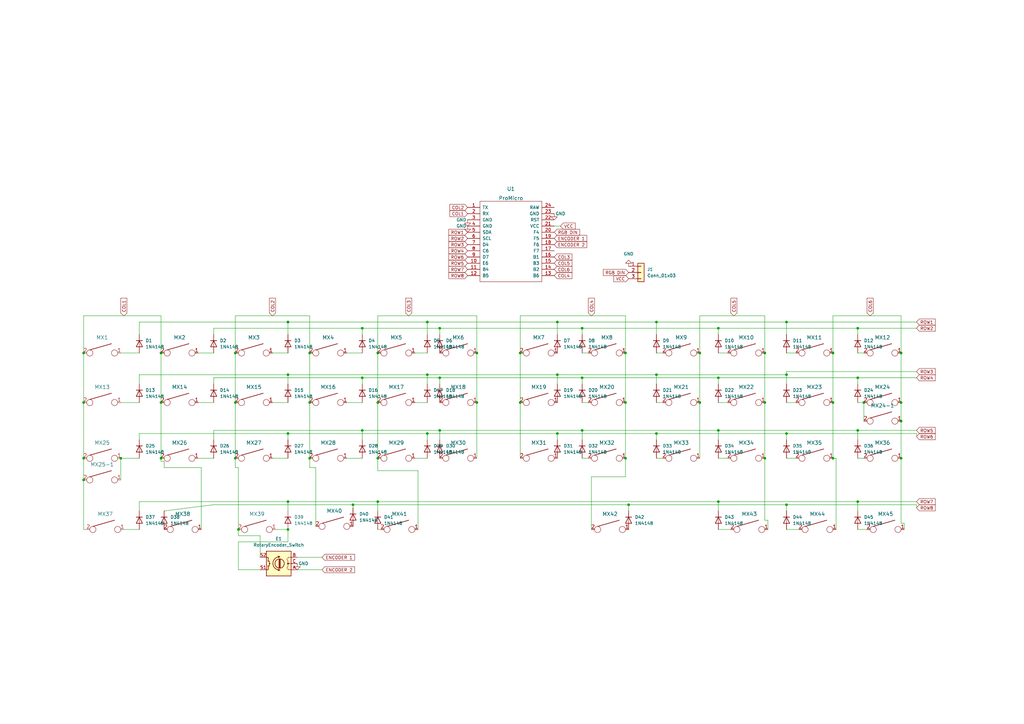
<source format=kicad_sch>
(kicad_sch (version 20211123) (generator eeschema)
  (paper "A3")
  (lib_symbols
    (symbol "Connector_Generic:Conn_01x03" (pin_names (offset 1.016) hide)
      (property "Reference" "J" (at 0 5.08 0))
      (property "Value" "Conn_01x03" (at 0 -5.08 0))
      (symbol "Conn_01x03_1_1"
        (pin passive line (at -5.08 2.54 0) (length 3.81) (name "Pin_1") (number "1"))
        (pin passive line (at -5.08 0 0) (length 3.81) (name "Pin_2") (number "2"))
        (pin passive line (at -5.08 -2.54 0) (length 3.81) (name "Pin_3") (number "3"))
      )
    )
    (symbol "Device:RotaryEncoder_Switch" (pin_names (offset 0.254) hide)
      (property "Reference" "SW" (at 0 6.604 0))
      (property "Value" "RotaryEncoder_Switch" (at 0 -6.604 0))
      (symbol "RotaryEncoder_Switch_1_1"
        (pin passive line (at -7.62 2.54 0) (length 2.54) (name "A") (number "A"))
        (pin passive line (at -7.62 -2.54 0) (length 2.54) (name "B") (number "B"))
        (pin passive line (at -7.62 0 0) (length 2.54) (name "C") (number "C"))
        (pin passive line (at 7.62 2.54 180) (length 2.54) (name "S1") (number "S1"))
        (pin passive line (at 7.62 -2.54 180) (length 2.54) (name "S2") (number "S2"))
      )
    )
    (symbol "Diode:1N4148" (pin_numbers hide) (pin_names (offset 1.016) hide)
      (property "Reference" "D" (at 0 2.54 0))
      (property "Value" "1N4148" (at 0 -2.54 0))
      (symbol "1N4148_1_1"
        (pin passive line (at -3.81 0 0) (length 2.54) (name "K") (number "1"))
        (pin passive line (at 3.81 0 180) (length 2.54) (name "A") (number "2"))
      )
    )
    (symbol "keyboard_parts:KEYSW" (pin_names (offset 1.016))
      (property "Reference" "K?" (at -1.27 0 0))
      (symbol "KEYSW_1_1"
        (pin passive line (at 7.62 0 180) (length 1.27) (name "~") (number "1"))
        (pin passive line (at -7.62 0 0) (length 1.27) (name "~") (number "2"))
      )
    )
    (symbol "power:GND" (power) (pin_names (offset 0))
      (property "Value" "GND" (at 0 -3.81 0))
      (symbol "GND_1_1"
        (pin power_in line (at 0 0 270) (length 0) hide (name "GND") (number "1"))
      )
    )
    (symbol "promicro:ProMicro" (pin_names (offset 1.016))
      (property "Reference" "U" (at 0 24.13 0))
      (property "Value" "ProMicro" (at 0 -13.97 0))
      (symbol "ProMicro_1_1"
        (pin bidirectional line (at -17.78 19.05 0) (length 5.08) (name "TX") (number "1"))
        (pin bidirectional line (at -17.78 -3.81 0) (length 5.08) (name "E6") (number "10"))
        (pin bidirectional line (at -17.78 -6.35 0) (length 5.08) (name "B4") (number "11"))
        (pin bidirectional line (at -17.78 -8.89 0) (length 5.08) (name "B5") (number "12"))
        (pin bidirectional line (at 17.78 -8.89 180) (length 5.08) (name "B6") (number "13"))
        (pin bidirectional line (at 17.78 -6.35 180) (length 5.08) (name "B2") (number "14"))
        (pin bidirectional line (at 17.78 -3.81 180) (length 5.08) (name "B3") (number "15"))
        (pin bidirectional line (at 17.78 -1.27 180) (length 5.08) (name "B1") (number "16"))
        (pin bidirectional line (at 17.78 1.27 180) (length 5.08) (name "F7") (number "17"))
        (pin bidirectional line (at 17.78 3.81 180) (length 5.08) (name "F6") (number "18"))
        (pin bidirectional line (at 17.78 6.35 180) (length 5.08) (name "F5") (number "19"))
        (pin bidirectional line (at -17.78 16.51 0) (length 5.08) (name "RX") (number "2"))
        (pin bidirectional line (at 17.78 8.89 180) (length 5.08) (name "F4") (number "20"))
        (pin power_in line (at 17.78 11.43 180) (length 5.08) (name "VCC") (number "21"))
        (pin input line (at 17.78 13.97 180) (length 5.08) (name "RST") (number "22"))
        (pin power_in line (at 17.78 16.51 180) (length 5.08) (name "GND") (number "23"))
        (pin power_out line (at 17.78 19.05 180) (length 5.08) (name "RAW") (number "24"))
        (pin power_in line (at -17.78 13.97 0) (length 5.08) (name "GND") (number "3"))
        (pin power_in line (at -17.78 11.43 0) (length 5.08) (name "GND") (number "4"))
        (pin bidirectional line (at -17.78 8.89 0) (length 5.08) (name "SDA") (number "5"))
        (pin bidirectional line (at -17.78 6.35 0) (length 5.08) (name "SCL") (number "6"))
        (pin bidirectional line (at -17.78 3.81 0) (length 5.08) (name "D4") (number "7"))
        (pin bidirectional line (at -17.78 1.27 0) (length 5.08) (name "C6") (number "8"))
        (pin bidirectional line (at -17.78 -1.27 0) (length 5.08) (name "D7") (number "9"))
      )
    )
  )
  (junction (at 127 187.96))
  (junction (at 180.34 176.53))
  (junction (at 369.57 165.1))
  (junction (at 341.63 165.1))
  (junction (at 34.29 144.78))
  (junction (at 96.52 165.1))
  (junction (at 228.6 177.8))
  (junction (at 313.69 165.1))
  (junction (at 34.29 187.96))
  (junction (at 148.59 154.94))
  (junction (at 118.11 205.74))
  (junction (at 351.79 154.94))
  (junction (at 97.79 217.17))
  (junction (at 175.26 153.67))
  (junction (at 175.26 177.8))
  (junction (at 351.79 205.74))
  (junction (at 154.94 165.1))
  (junction (at 175.26 132.08))
  (junction (at 118.11 177.8))
  (junction (at 354.33 165.1))
  (junction (at 34.29 165.1))
  (junction (at 148.59 176.53))
  (junction (at 294.64 134.62))
  (junction (at 66.04 187.96))
  (junction (at 257.81 207.01))
  (junction (at 180.34 154.94))
  (junction (at 195.58 144.78))
  (junction (at 144.78 207.01))
  (junction (at 287.02 144.78))
  (junction (at 49.53 187.96))
  (junction (at 213.36 165.1))
  (junction (at 341.63 144.78))
  (junction (at 34.29 196.85))
  (junction (at 256.54 165.1))
  (junction (at 369.57 187.96))
  (junction (at 369.57 172.72))
  (junction (at 213.36 144.78))
  (junction (at 118.11 132.08))
  (junction (at 148.59 134.62))
  (junction (at 228.6 153.67))
  (junction (at 294.64 205.74))
  (junction (at 154.94 187.96))
  (junction (at 287.02 165.1))
  (junction (at 118.11 217.17))
  (junction (at 269.24 132.08))
  (junction (at 322.58 132.08))
  (junction (at 256.54 144.78))
  (junction (at 269.24 153.67))
  (junction (at 180.34 134.62))
  (junction (at 269.24 177.8))
  (junction (at 238.76 154.94))
  (junction (at 96.52 187.96))
  (junction (at 322.58 177.8))
  (junction (at 238.76 134.62))
  (junction (at 322.58 153.67))
  (junction (at 195.58 165.1))
  (junction (at 154.94 205.74))
  (junction (at 127 165.1))
  (junction (at 154.94 144.78))
  (junction (at 96.52 144.78))
  (junction (at 351.79 176.53))
  (junction (at 369.57 144.78))
  (junction (at 256.54 187.96))
  (junction (at 341.63 187.96))
  (junction (at 127 144.78))
  (junction (at 118.11 153.67))
  (junction (at 238.76 176.53))
  (junction (at 313.69 187.96))
  (junction (at 66.04 144.78))
  (junction (at 294.64 154.94))
  (junction (at 66.04 165.1))
  (junction (at 313.69 144.78))
  (junction (at 228.6 132.08))
  (junction (at 351.79 134.62))
  (junction (at 322.58 207.01))
  (junction (at 294.64 176.53))
  (wire (pts (xy 322.58 207.01) (xy 375.92 207.01)))
  (wire (pts (xy 57.15 205.74) (xy 118.11 205.74)))
  (wire (pts (xy 242.57 195.58) (xy 256.54 195.58)))
  (wire (pts (xy 175.26 153.67) (xy 228.6 153.67)))
  (wire (pts (xy 96.52 129.54) (xy 127 129.54)))
  (wire (pts (xy 322.58 177.8) (xy 322.58 180.34)))
  (wire (pts (xy 294.64 205.74) (xy 351.79 205.74)))
  (wire (pts (xy 269.24 144.78) (xy 271.78 144.78)))
  (wire (pts (xy 142.24 144.78) (xy 148.59 144.78)))
  (wire (pts (xy 127 144.78) (xy 127 165.1)))
  (wire (pts (xy 287.02 129.54) (xy 313.69 129.54)))
  (wire (pts (xy 322.58 153.67) (xy 322.58 157.48)))
  (wire (pts (xy 148.59 134.62) (xy 180.34 134.62)))
  (wire (pts (xy 129.54 191.77) (xy 127 191.77)))
  (wire (pts (xy 294.64 176.53) (xy 351.79 176.53)))
  (wire (pts (xy 351.79 134.62) (xy 294.64 134.62)))
  (wire (pts (xy 49.53 187.96) (xy 49.53 196.85)))
  (wire (pts (xy 351.79 154.94) (xy 294.64 154.94)))
  (wire (pts (xy 127 191.77) (xy 127 187.96)))
  (wire (pts (xy 175.26 177.8) (xy 175.26 180.34)))
  (wire (pts (xy 49.53 187.96) (xy 57.15 187.96)))
  (wire (pts (xy 294.64 154.94) (xy 294.64 157.48)))
  (wire (pts (xy 170.18 144.78) (xy 175.26 144.78)))
  (wire (pts (xy 351.79 157.48) (xy 351.79 154.94)))
  (wire (pts (xy 322.58 209.55) (xy 322.58 207.01)))
  (wire (pts (xy 369.57 187.96) (xy 369.57 214.63)))
  (wire (pts (xy 118.11 205.74) (xy 118.11 209.55)))
  (wire (pts (xy 148.59 154.94) (xy 148.59 157.48)))
  (wire (pts (xy 96.52 144.78) (xy 96.52 165.1)))
  (wire (pts (xy 369.57 144.78) (xy 369.57 165.1)))
  (wire (pts (xy 97.79 217.17) (xy 97.79 219.71)))
  (wire (pts (xy 121.92 228.6) (xy 132.08 228.6)))
  (wire (pts (xy 322.58 132.08) (xy 322.58 137.16)))
  (wire (pts (xy 238.76 187.96) (xy 241.3 187.96)))
  (wire (pts (xy 50.8 217.17) (xy 57.15 217.17)))
  (wire (pts (xy 322.58 132.08) (xy 375.92 132.08)))
  (wire (pts (xy 144.78 207.01) (xy 257.81 207.01)))
  (wire (pts (xy 287.02 144.78) (xy 287.02 165.1)))
  (wire (pts (xy 341.63 144.78) (xy 341.63 129.54)))
  (wire (pts (xy 294.64 134.62) (xy 238.76 134.62)))
  (wire (pts (xy 34.29 165.1) (xy 34.29 187.96)))
  (wire (pts (xy 118.11 132.08) (xy 118.11 137.16)))
  (wire (pts (xy 180.34 134.62) (xy 238.76 134.62)))
  (wire (pts (xy 228.6 177.8) (xy 269.24 177.8)))
  (wire (pts (xy 82.55 217.17) (xy 82.55 191.77)))
  (wire (pts (xy 129.54 215.9) (xy 129.54 191.77)))
  (wire (pts (xy 175.26 153.67) (xy 175.26 157.48)))
  (wire (pts (xy 294.64 176.53) (xy 238.76 176.53)))
  (wire (pts (xy 111.76 144.78) (xy 118.11 144.78)))
  (wire (pts (xy 118.11 153.67) (xy 175.26 153.67)))
  (wire (pts (xy 342.9 217.17) (xy 342.9 187.96)))
  (wire (pts (xy 256.54 165.1) (xy 256.54 187.96)))
  (wire (pts (xy 154.94 205.74) (xy 294.64 205.74)))
  (wire (pts (xy 238.76 154.94) (xy 238.76 157.48)))
  (wire (pts (xy 322.58 177.8) (xy 375.92 177.8)))
  (wire (pts (xy 351.79 187.96) (xy 354.33 187.96)))
  (wire (pts (xy 195.58 144.78) (xy 195.58 129.54)))
  (wire (pts (xy 97.79 191.77) (xy 96.52 191.77)))
  (wire (pts (xy 180.34 154.94) (xy 180.34 157.48)))
  (wire (pts (xy 144.78 207.01) (xy 144.78 208.28)))
  (wire (pts (xy 106.68 228.6) (xy 106.68 219.71)))
  (wire (pts (xy 66.04 129.54) (xy 34.29 129.54)))
  (wire (pts (xy 67.31 189.23) (xy 66.04 189.23)))
  (wire (pts (xy 180.34 134.62) (xy 180.34 137.16)))
  (wire (pts (xy 97.79 222.25) (xy 97.79 233.68)))
  (wire (pts (xy 57.15 132.08) (xy 118.11 132.08)))
  (wire (pts (xy 82.55 191.77) (xy 67.31 191.77)))
  (wire (pts (xy 106.68 219.71) (xy 97.79 219.71)))
  (wire (pts (xy 228.6 153.67) (xy 228.6 157.48)))
  (wire (pts (xy 57.15 209.55) (xy 57.15 205.74)))
  (wire (pts (xy 171.45 193.04) (xy 154.94 193.04)))
  (wire (pts (xy 127 129.54) (xy 127 144.78)))
  (wire (pts (xy 87.63 176.53) (xy 87.63 180.34)))
  (wire (pts (xy 341.63 165.1) (xy 341.63 187.96)))
  (wire (pts (xy 294.64 154.94) (xy 238.76 154.94)))
  (wire (pts (xy 148.59 134.62) (xy 87.63 134.62)))
  (wire (pts (xy 351.79 205.74) (xy 351.79 209.55)))
  (wire (pts (xy 113.03 217.17) (xy 118.11 217.17)))
  (wire (pts (xy 175.26 177.8) (xy 228.6 177.8)))
  (wire (pts (xy 111.76 187.96) (xy 118.11 187.96)))
  (wire (pts (xy 341.63 129.54) (xy 369.57 129.54)))
  (wire (pts (xy 354.33 165.1) (xy 354.33 172.72)))
  (wire (pts (xy 175.26 132.08) (xy 228.6 132.08)))
  (wire (pts (xy 294.64 187.96) (xy 298.45 187.96)))
  (wire (pts (xy 180.34 154.94) (xy 238.76 154.94)))
  (wire (pts (xy 96.52 165.1) (xy 96.52 187.96)))
  (wire (pts (xy 287.02 165.1) (xy 287.02 187.96)))
  (wire (pts (xy 269.24 165.1) (xy 271.78 165.1)))
  (wire (pts (xy 66.04 144.78) (xy 66.04 129.54)))
  (wire (pts (xy 118.11 217.17) (xy 118.11 222.25)))
  (wire (pts (xy 351.79 217.17) (xy 355.6 217.17)))
  (wire (pts (xy 238.76 176.53) (xy 238.76 180.34)))
  (wire (pts (xy 269.24 177.8) (xy 269.24 180.34)))
  (wire (pts (xy 313.69 213.36) (xy 314.96 213.36)))
  (wire (pts (xy 375.92 207.01) (xy 375.92 208.28)))
  (wire (pts (xy 351.79 176.53) (xy 375.92 176.53)))
  (wire (pts (xy 322.58 165.1) (xy 326.39 165.1)))
  (wire (pts (xy 195.58 144.78) (xy 195.58 165.1)))
  (wire (pts (xy 294.64 205.74) (xy 294.64 209.55)))
  (wire (pts (xy 154.94 205.74) (xy 154.94 209.55)))
  (wire (pts (xy 97.79 217.17) (xy 97.79 191.77)))
  (wire (pts (xy 66.04 144.78) (xy 66.04 165.1)))
  (wire (pts (xy 322.58 217.17) (xy 327.66 217.17)))
  (wire (pts (xy 341.63 144.78) (xy 341.63 165.1)))
  (wire (pts (xy 269.24 132.08) (xy 269.24 137.16)))
  (wire (pts (xy 213.36 129.54) (xy 213.36 144.78)))
  (wire (pts (xy 228.6 153.67) (xy 269.24 153.67)))
  (wire (pts (xy 171.45 217.17) (xy 171.45 193.04)))
  (wire (pts (xy 238.76 134.62) (xy 238.76 137.16)))
  (wire (pts (xy 34.29 144.78) (xy 34.29 165.1)))
  (wire (pts (xy 351.79 154.94) (xy 375.92 154.94)))
  (wire (pts (xy 118.11 205.74) (xy 154.94 205.74)))
  (wire (pts (xy 351.79 205.74) (xy 375.92 205.74)))
  (wire (pts (xy 34.29 217.17) (xy 35.56 217.17)))
  (wire (pts (xy 180.34 176.53) (xy 180.34 180.34)))
  (wire (pts (xy 34.29 187.96) (xy 34.29 196.85)))
  (wire (pts (xy 154.94 144.78) (xy 154.94 129.54)))
  (wire (pts (xy 148.59 134.62) (xy 148.59 137.16)))
  (wire (pts (xy 242.57 217.17) (xy 242.57 195.58)))
  (wire (pts (xy 118.11 132.08) (xy 175.26 132.08)))
  (wire (pts (xy 314.96 213.36) (xy 314.96 217.17)))
  (wire (pts (xy 121.92 233.68) (xy 132.08 233.68)))
  (wire (pts (xy 269.24 177.8) (xy 322.58 177.8)))
  (wire (pts (xy 81.28 187.96) (xy 87.63 187.96)))
  (wire (pts (xy 148.59 154.94) (xy 87.63 154.94)))
  (wire (pts (xy 57.15 180.34) (xy 57.15 177.8)))
  (wire (pts (xy 106.68 233.68) (xy 97.79 233.68)))
  (wire (pts (xy 369.57 214.63) (xy 370.84 214.63)))
  (wire (pts (xy 49.53 144.78) (xy 57.15 144.78)))
  (wire (pts (xy 96.52 191.77) (xy 96.52 187.96)))
  (wire (pts (xy 148.59 176.53) (xy 180.34 176.53)))
  (wire (pts (xy 66.04 165.1) (xy 66.04 187.96)))
  (wire (pts (xy 375.92 152.4) (xy 322.58 152.4)))
  (wire (pts (xy 228.6 132.08) (xy 269.24 132.08)))
  (wire (pts (xy 213.36 129.54) (xy 256.54 129.54)))
  (wire (pts (xy 294.64 217.17) (xy 299.72 217.17)))
  (wire (pts (xy 144.78 207.01) (xy 87.63 207.01)))
  (wire (pts (xy 256.54 129.54) (xy 256.54 144.78)))
  (wire (pts (xy 34.29 196.85) (xy 34.29 217.17)))
  (wire (pts (xy 313.69 129.54) (xy 313.69 144.78)))
  (wire (pts (xy 118.11 177.8) (xy 175.26 177.8)))
  (wire (pts (xy 154.94 165.1) (xy 154.94 187.96)))
  (wire (pts (xy 111.76 165.1) (xy 118.11 165.1)))
  (wire (pts (xy 154.94 217.17) (xy 156.21 217.17)))
  (wire (pts (xy 154.94 129.54) (xy 195.58 129.54)))
  (wire (pts (xy 57.15 137.16) (xy 57.15 132.08)))
  (wire (pts (xy 342.9 187.96) (xy 341.63 187.96)))
  (wire (pts (xy 322.58 187.96) (xy 326.39 187.96)))
  (wire (pts (xy 170.18 187.96) (xy 175.26 187.96)))
  (wire (pts (xy 96.52 144.78) (xy 96.52 129.54)))
  (wire (pts (xy 369.57 165.1) (xy 369.57 172.72)))
  (wire (pts (xy 269.24 153.67) (xy 322.58 153.67)))
  (wire (pts (xy 351.79 144.78) (xy 354.33 144.78)))
  (wire (pts (xy 294.64 165.1) (xy 298.45 165.1)))
  (wire (pts (xy 148.59 154.94) (xy 180.34 154.94)))
  (wire (pts (xy 369.57 172.72) (xy 369.57 187.96)))
  (wire (pts (xy 351.79 134.62) (xy 375.92 134.62)))
  (wire (pts (xy 351.79 165.1) (xy 354.33 165.1)))
  (wire (pts (xy 294.64 144.78) (xy 298.45 144.78)))
  (wire (pts (xy 351.79 137.16) (xy 351.79 134.62)))
  (wire (pts (xy 49.53 165.1) (xy 57.15 165.1)))
  (wire (pts (xy 87.63 154.94) (xy 87.63 157.48)))
  (wire (pts (xy 256.54 144.78) (xy 256.54 165.1)))
  (wire (pts (xy 213.36 165.1) (xy 213.36 187.96)))
  (wire (pts (xy 370.84 214.63) (xy 370.84 217.17)))
  (wire (pts (xy 34.29 129.54) (xy 34.29 144.78)))
  (wire (pts (xy 148.59 176.53) (xy 87.63 176.53)))
  (wire (pts (xy 81.28 144.78) (xy 87.63 144.78)))
  (wire (pts (xy 228.6 132.08) (xy 228.6 137.16)))
  (wire (pts (xy 87.63 134.62) (xy 87.63 137.16)))
  (wire (pts (xy 67.31 191.77) (xy 67.31 189.23)))
  (wire (pts (xy 269.24 132.08) (xy 322.58 132.08)))
  (wire (pts (xy 127 165.1) (xy 127 187.96)))
  (wire (pts (xy 313.69 165.1) (xy 313.69 187.96)))
  (wire (pts (xy 269.24 187.96) (xy 271.78 187.96)))
  (wire (pts (xy 313.69 144.78) (xy 313.69 165.1)))
  (wire (pts (xy 57.15 157.48) (xy 57.15 153.67)))
  (wire (pts (xy 118.11 177.8) (xy 118.11 180.34)))
  (wire (pts (xy 87.63 207.01) (xy 67.31 209.55)))
  (wire (pts (xy 227.33 92.71) (xy 229.87 92.71)))
  (wire (pts (xy 238.76 165.1) (xy 241.3 165.1)))
  (wire (pts (xy 294.64 180.34) (xy 294.64 176.53)))
  (wire (pts (xy 313.69 187.96) (xy 313.69 213.36)))
  (wire (pts (xy 238.76 144.78) (xy 241.3 144.78)))
  (wire (pts (xy 154.94 144.78) (xy 154.94 165.1)))
  (wire (pts (xy 213.36 144.78) (xy 213.36 165.1)))
  (wire (pts (xy 81.28 165.1) (xy 87.63 165.1)))
  (wire (pts (xy 142.24 187.96) (xy 148.59 187.96)))
  (wire (pts (xy 118.11 222.25) (xy 97.79 222.25)))
  (wire (pts (xy 294.64 134.62) (xy 294.64 137.16)))
  (wire (pts (xy 148.59 176.53) (xy 148.59 180.34)))
  (wire (pts (xy 269.24 153.67) (xy 269.24 157.48)))
  (wire (pts (xy 118.11 153.67) (xy 118.11 157.48)))
  (wire (pts (xy 154.94 193.04) (xy 154.94 187.96)))
  (wire (pts (xy 256.54 195.58) (xy 256.54 187.96)))
  (wire (pts (xy 142.24 165.1) (xy 148.59 165.1)))
  (wire (pts (xy 287.02 144.78) (xy 287.02 129.54)))
  (wire (pts (xy 57.15 153.67) (xy 118.11 153.67)))
  (wire (pts (xy 66.04 189.23) (xy 66.04 187.96)))
  (wire (pts (xy 351.79 176.53) (xy 351.79 180.34)))
  (wire (pts (xy 257.81 207.01) (xy 322.58 207.01)))
  (wire (pts (xy 195.58 165.1) (xy 195.58 187.96)))
  (wire (pts (xy 322.58 152.4) (xy 322.58 153.67)))
  (wire (pts (xy 369.57 129.54) (xy 369.57 144.78)))
  (wire (pts (xy 228.6 177.8) (xy 228.6 180.34)))
  (wire (pts (xy 257.81 207.01) (xy 257.81 209.55)))
  (wire (pts (xy 170.18 165.1) (xy 175.26 165.1)))
  (wire (pts (xy 322.58 144.78) (xy 326.39 144.78)))
  (wire (pts (xy 375.92 177.8) (xy 375.92 179.07)))
  (wire (pts (xy 175.26 132.08) (xy 175.26 137.16)))
  (wire (pts (xy 180.34 176.53) (xy 238.76 176.53)))
  (wire (pts (xy 57.15 177.8) (xy 118.11 177.8)))
  (global_label "RGB DIN" (shape input) (at 257.81 111.76 180) (property "Intersheet References" "${INTERSHEET_REFS}" (effects hide)))
  (global_label "COL5" (shape input) (at 300.99 129.54 90) (property "Intersheet References" "${INTERSHEET_REFS}" (effects hide)))
  (global_label "ROW2" (shape input) (at 375.92 134.62 0) (property "Intersheet References" "${INTERSHEET_REFS}" (effects hide)))
  (global_label "COL3" (shape input) (at 167.64 129.54 90) (property "Intersheet References" "${INTERSHEET_REFS}" (effects hide)))
  (global_label "ROW3" (shape input) (at 191.77 100.33 180) (property "Intersheet References" "${INTERSHEET_REFS}" (effects hide)))
  (global_label "COL4" (shape input) (at 227.33 113.03 0) (property "Intersheet References" "${INTERSHEET_REFS}" (effects hide)))
  (global_label "ROW4" (shape input) (at 375.92 154.94 0) (property "Intersheet References" "${INTERSHEET_REFS}" (effects hide)))
  (global_label "ROW8" (shape input) (at 191.77 113.03 180) (property "Intersheet References" "${INTERSHEET_REFS}" (effects hide)))
  (global_label "ROW7" (shape input) (at 191.77 110.49 180) (property "Intersheet References" "${INTERSHEET_REFS}" (effects hide)))
  (global_label "ENCODER 1" (shape input) (at 227.33 97.79 0) (property "Intersheet References" "${INTERSHEET_REFS}" (effects hide)))
  (global_label "COL1" (shape input) (at 50.8 129.54 90) (property "Intersheet References" "${INTERSHEET_REFS}" (effects hide)))
  (global_label "ROW5" (shape input) (at 375.92 176.53 0) (property "Intersheet References" "${INTERSHEET_REFS}" (effects hide)))
  (global_label "ROW5" (shape input) (at 191.77 107.95 180) (property "Intersheet References" "${INTERSHEET_REFS}" (effects hide)))
  (global_label "ROW1" (shape input) (at 191.77 95.25 180) (property "Intersheet References" "${INTERSHEET_REFS}" (effects hide)))
  (global_label "ENCODER 2" (shape input) (at 132.08 233.68 0) (property "Intersheet References" "${INTERSHEET_REFS}" (effects hide)))
  (global_label "ROW1" (shape input) (at 375.92 132.08 0) (property "Intersheet References" "${INTERSHEET_REFS}" (effects hide)))
  (global_label "ROW3" (shape input) (at 375.92 152.4 0) (property "Intersheet References" "${INTERSHEET_REFS}" (effects hide)))
  (global_label "VCC" (shape input) (at 257.81 114.3 180) (property "Intersheet References" "${INTERSHEET_REFS}" (effects hide)))
  (global_label "COL4" (shape input) (at 242.57 129.54 90) (property "Intersheet References" "${INTERSHEET_REFS}" (effects hide)))
  (global_label "COL2" (shape input) (at 191.77 85.09 180) (property "Intersheet References" "${INTERSHEET_REFS}" (effects hide)))
  (global_label "COL6" (shape input) (at 356.87 129.54 90) (property "Intersheet References" "${INTERSHEET_REFS}" (effects hide)))
  (global_label "COL3" (shape input) (at 227.33 105.41 0) (property "Intersheet References" "${INTERSHEET_REFS}" (effects hide)))
  (global_label "ENCODER 1" (shape input) (at 132.08 228.6 0) (property "Intersheet References" "${INTERSHEET_REFS}" (effects hide)))
  (global_label "COL1" (shape input) (at 191.77 87.63 180) (property "Intersheet References" "${INTERSHEET_REFS}" (effects hide)))
  (global_label "COL2" (shape input) (at 111.76 129.54 90) (property "Intersheet References" "${INTERSHEET_REFS}" (effects hide)))
  (global_label "VCC" (shape input) (at 229.87 92.71 0) (property "Intersheet References" "${INTERSHEET_REFS}" (effects hide)))
  (global_label "ROW6" (shape input) (at 375.92 179.07 0) (property "Intersheet References" "${INTERSHEET_REFS}" (effects hide)))
  (global_label "ROW2" (shape input) (at 191.77 97.79 180) (property "Intersheet References" "${INTERSHEET_REFS}" (effects hide)))
  (global_label "COL5" (shape input) (at 227.33 107.95 0) (property "Intersheet References" "${INTERSHEET_REFS}" (effects hide)))
  (global_label "ROW4" (shape input) (at 191.77 102.87 180) (property "Intersheet References" "${INTERSHEET_REFS}" (effects hide)))
  (global_label "RGB DIN" (shape input) (at 227.33 95.25 0) (property "Intersheet References" "${INTERSHEET_REFS}" (effects hide)))
  (global_label "COL6" (shape input) (at 227.33 110.49 0) (property "Intersheet References" "${INTERSHEET_REFS}" (effects hide)))
  (global_label "ROW8" (shape input) (at 375.92 208.28 0) (property "Intersheet References" "${INTERSHEET_REFS}" (effects hide)))
  (global_label "ENCODER 2" (shape input) (at 227.33 100.33 0) (property "Intersheet References" "${INTERSHEET_REFS}" (effects hide)))
  (global_label "ROW7" (shape input) (at 375.92 205.74 0) (property "Intersheet References" "${INTERSHEET_REFS}" (effects hide)))
  (global_label "ROW6" (shape input) (at 191.77 105.41 180) (property "Intersheet References" "${INTERSHEET_REFS}" (effects hide)))
  (symbol (lib_id "keyboard_parts:KEYSW") (at 187.96 165.1 0) (unit 1)
    (property "Reference" "MX18" (at 187.96 158.75 0) (effects (font (size 1.524 1.524))))
    (property "Value" "KEYSW" (effects hide))
    (property "Footprint" "Button_Switch_Keyboard:SW_Cherry_MX_1.00u_PCB" (effects hide))
  )
  (symbol (lib_id "keyboard_parts:KEYSW") (at 137.16 215.9 0) (unit 1)
    (property "Reference" "MX40" (at 137.16 209.55 0) (effects (font (size 1.524 1.524))))
    (property "Value" "KEYSW" (effects hide))
    (property "Footprint" "Button_Switch_Keyboard:SW_Cherry_MX_1.00u_PCB" (effects hide))
  )
  (symbol (lib_id "keyboard_parts:KEYSW") (at 73.66 165.1 0) (unit 1)
    (property "Reference" "MX14" (at 73.66 158.75 0) (effects (font (size 1.524 1.524))))
    (property "Value" "KEYSW" (effects hide))
    (property "Footprint" "Button_Switch_Keyboard:SW_Cherry_MX_1.00u_PCB" (effects hide))
  )
  (symbol (lib_id "Diode:1N4148") (at 294.64 140.97 270) (unit 1)
    (property "Reference" "D10" (at 297.18 139.6999 90) (effects (justify left)))
    (property "Value" "1N4148" (at 297.18 142.2399 90) (effects (justify left)))
    (property "Footprint" "Diode_THT:D_DO-35_SOD27_P7.62mm_Horizontal" (effects hide))
    (property "Datasheet" "https://assets.nexperia.com/documents/data-sheet/1N4148_1N4448.pdf" (effects hide))
  )
  (symbol (lib_id "keyboard_parts:KEYSW") (at 73.66 187.96 0) (unit 1)
    (property "Reference" "MX26" (at 73.66 181.61 0) (effects (font (size 1.524 1.524))))
    (property "Value" "KEYSW" (effects hide))
    (property "Footprint" "Button_Switch_Keyboard:SW_Cherry_MX_1.00u_PCB" (effects hide))
  )
  (symbol (lib_id "Diode:1N4148") (at 294.64 161.29 270) (unit 1)
    (property "Reference" "D22" (at 297.18 160.0199 90) (effects (justify left)))
    (property "Value" "1N4148" (at 297.18 162.5599 90) (effects (justify left)))
    (property "Footprint" "Diode_THT:D_DO-35_SOD27_P7.62mm_Horizontal" (effects hide))
    (property "Datasheet" "https://assets.nexperia.com/documents/data-sheet/1N4148_1N4448.pdf" (effects hide))
  )
  (symbol (lib_id "keyboard_parts:KEYSW") (at 41.91 144.78 0) (unit 1)
    (property "Reference" "MX1" (at 41.91 138.43 0) (effects (font (size 1.524 1.524))))
    (property "Value" "KEYSW" (effects hide))
    (property "Footprint" "Button_Switch_Keyboard:SW_Cherry_MX_1.00u_PCB" (effects hide))
  )
  (symbol (lib_id "Diode:1N4148") (at 322.58 213.36 270) (unit 1)
    (property "Reference" "D44" (at 325.12 212.0899 90) (effects (justify left)))
    (property "Value" "1N4148" (at 325.12 214.6299 90) (effects (justify left)))
    (property "Footprint" "Diode_THT:D_DO-35_SOD27_P7.62mm_Horizontal" (effects hide))
    (property "Datasheet" "https://assets.nexperia.com/documents/data-sheet/1N4148_1N4448.pdf" (effects hide))
  )
  (symbol (lib_id "keyboard_parts:KEYSW") (at 279.4 144.78 0) (unit 1)
    (property "Reference" "MX9" (at 279.4 138.43 0) (effects (font (size 1.524 1.524))))
    (property "Value" "KEYSW" (effects hide))
    (property "Footprint" "Button_Switch_Keyboard:SW_Cherry_MX_1.00u_PCB" (effects hide))
  )
  (symbol (lib_id "Diode:1N4148") (at 175.26 161.29 270) (unit 1)
    (property "Reference" "D17" (at 177.8 160.0199 90) (effects (justify left)))
    (property "Value" "1N4148" (at 177.8 162.5599 90) (effects (justify left)))
    (property "Footprint" "Diode_THT:D_DO-35_SOD27_P7.62mm_Horizontal" (effects hide))
    (property "Datasheet" "https://assets.nexperia.com/documents/data-sheet/1N4148_1N4448.pdf" (effects hide))
  )
  (symbol (lib_id "keyboard_parts:KEYSW") (at 134.62 165.1 0) (unit 1)
    (property "Reference" "MX16" (at 134.62 158.75 0) (effects (font (size 1.524 1.524))))
    (property "Value" "KEYSW" (effects hide))
    (property "Footprint" "Button_Switch_Keyboard:SW_Cherry_MX_1.00u_PCB" (effects hide))
  )
  (symbol (lib_id "keyboard_parts:KEYSW") (at 73.66 144.78 0) (unit 1)
    (property "Reference" "MX2" (at 73.66 138.43 0) (effects (font (size 1.524 1.524))))
    (property "Value" "KEYSW" (effects hide))
    (property "Footprint" "Button_Switch_Keyboard:SW_Cherry_MX_1.00u_PCB" (effects hide))
  )
  (symbol (lib_id "keyboard_parts:KEYSW") (at 306.07 187.96 0) (unit 1)
    (property "Reference" "MX34" (at 306.07 181.61 0) (effects (font (size 1.524 1.524))))
    (property "Value" "KEYSW" (effects hide))
    (property "Footprint" "Button_Switch_Keyboard:SW_Cherry_MX_1.00u_PCB" (effects hide))
  )
  (symbol (lib_id "keyboard_parts:KEYSW") (at 248.92 187.96 0) (unit 1)
    (property "Reference" "MX32" (at 248.92 181.61 0) (effects (font (size 1.524 1.524))))
    (property "Value" "KEYSW" (effects hide))
    (property "Footprint" "Button_Switch_Keyboard:SW_Cherry_MX_1.00u_PCB" (effects hide))
  )
  (symbol (lib_id "Diode:1N4148") (at 118.11 184.15 270) (unit 1)
    (property "Reference" "D27" (at 120.65 182.8799 90) (effects (justify left)))
    (property "Value" "1N4148" (at 120.65 185.4199 90) (effects (justify left)))
    (property "Footprint" "Diode_THT:D_DO-35_SOD27_P7.62mm_Horizontal" (effects hide))
    (property "Datasheet" "https://assets.nexperia.com/documents/data-sheet/1N4148_1N4448.pdf" (effects hide))
  )
  (symbol (lib_id "keyboard_parts:KEYSW") (at 220.98 165.1 0) (unit 1)
    (property "Reference" "MX19" (at 220.98 158.75 0) (effects (font (size 1.524 1.524))))
    (property "Value" "KEYSW" (effects hide))
    (property "Footprint" "Button_Switch_Keyboard:SW_Cherry_MX_1.00u_PCB" (effects hide))
  )
  (symbol (lib_id "Diode:1N4148") (at 228.6 140.97 270) (unit 1)
    (property "Reference" "D7" (at 231.14 139.6999 90) (effects (justify left)))
    (property "Value" "1N4148" (at 231.14 142.2399 90) (effects (justify left)))
    (property "Footprint" "Diode_THT:D_DO-35_SOD27_P7.62mm_Horizontal" (effects hide))
    (property "Datasheet" "https://assets.nexperia.com/documents/data-sheet/1N4148_1N4448.pdf" (effects hide))
  )
  (symbol (lib_id "keyboard_parts:KEYSW") (at 334.01 165.1 0) (unit 1)
    (property "Reference" "MX23" (at 334.01 158.75 0) (effects (font (size 1.524 1.524))))
    (property "Value" "KEYSW" (effects hide))
    (property "Footprint" "Button_Switch_Keyboard:SW_Cherry_MX_1.00u_PCB" (effects hide))
  )
  (symbol (lib_id "keyboard_parts:KEYSW") (at 334.01 187.96 0) (unit 1)
    (property "Reference" "MX35" (at 334.01 181.61 0) (effects (font (size 1.524 1.524))))
    (property "Value" "KEYSW" (effects hide))
    (property "Footprint" "Button_Switch_Keyboard:SW_Cherry_MX_1.00u_PCB" (effects hide))
  )
  (symbol (lib_id "Diode:1N4148") (at 294.64 213.36 270) (unit 1)
    (property "Reference" "D43" (at 297.18 212.0899 90) (effects (justify left)))
    (property "Value" "1N4148" (at 297.18 214.6299 90) (effects (justify left)))
    (property "Footprint" "Diode_THT:D_DO-35_SOD27_P7.62mm_Horizontal" (effects hide))
    (property "Datasheet" "https://assets.nexperia.com/documents/data-sheet/1N4148_1N4448.pdf" (effects hide))
  )
  (symbol (lib_id "keyboard_parts:KEYSW") (at 41.91 165.1 0) (unit 1)
    (property "Reference" "MX13" (at 41.91 158.75 0) (effects (font (size 1.524 1.524))))
    (property "Value" "KEYSW" (effects hide))
    (property "Footprint" "Button_Switch_Keyboard:SW_Cherry_MX_1.00u_PCB" (effects hide))
  )
  (symbol (lib_id "keyboard_parts:KEYSW") (at 361.95 165.1 0) (unit 1)
    (property "Reference" "MX24" (at 361.95 158.75 0) (effects (font (size 1.524 1.524))))
    (property "Value" "KEYSW" (effects hide))
    (property "Footprint" "Button_Switch_Keyboard:SW_Cherry_MX_1.00u_PCB" (effects hide))
  )
  (symbol (lib_id "Diode:1N4148") (at 118.11 213.36 270) (unit 1)
    (property "Reference" "D39" (at 120.65 212.0899 90) (effects (justify left)))
    (property "Value" "1N4148" (at 120.65 214.6299 90) (effects (justify left)))
    (property "Footprint" "Diode_THT:D_DO-35_SOD27_P7.62mm_Horizontal" (effects hide))
    (property "Datasheet" "https://assets.nexperia.com/documents/data-sheet/1N4148_1N4448.pdf" (effects hide))
  )
  (symbol (lib_id "keyboard_parts:KEYSW") (at 162.56 165.1 0) (unit 1)
    (property "Reference" "MX17" (at 162.56 158.75 0) (effects (font (size 1.524 1.524))))
    (property "Value" "KEYSW" (effects hide))
    (property "Footprint" "Button_Switch_Keyboard:SW_Cherry_MX_1.00u_PCB" (effects hide))
  )
  (symbol (lib_id "Diode:1N4148") (at 238.76 140.97 270) (unit 1)
    (property "Reference" "D8" (at 241.3 139.6999 90) (effects (justify left)))
    (property "Value" "1N4148" (at 241.3 142.2399 90) (effects (justify left)))
    (property "Footprint" "Diode_THT:D_DO-35_SOD27_P7.62mm_Horizontal" (effects hide))
    (property "Datasheet" "https://assets.nexperia.com/documents/data-sheet/1N4148_1N4448.pdf" (effects hide))
  )
  (symbol (lib_id "Connector_Generic:Conn_01x03") (at 262.89 111.76 0) (unit 1)
    (property "Reference" "J1" (at 265.43 110.4899 0) (effects (justify left)))
    (property "Value" "Conn_01x03" (at 265.43 113.0299 0) (effects (justify left)))
    (property "Footprint" "Connector_PinHeader_2.54mm:PinHeader_1x03_P2.54mm_Vertical" (effects hide))
  )
  (symbol (lib_id "Diode:1N4148") (at 87.63 184.15 270) (unit 1)
    (property "Reference" "D26" (at 90.17 182.8799 90) (effects (justify left)))
    (property "Value" "1N4148" (at 90.17 185.4199 90) (effects (justify left)))
    (property "Footprint" "Diode_THT:D_DO-35_SOD27_P7.62mm_Horizontal" (effects hide))
    (property "Datasheet" "https://assets.nexperia.com/documents/data-sheet/1N4148_1N4448.pdf" (effects hide))
  )
  (symbol (lib_id "keyboard_parts:KEYSW") (at 361.95 144.78 0) (unit 1)
    (property "Reference" "MX12" (at 361.95 138.43 0) (effects (font (size 1.524 1.524))))
    (property "Value" "KEYSW" (effects hide))
    (property "Footprint" "Button_Switch_Keyboard:SW_Cherry_MX_1.00u_PCB" (effects hide))
  )
  (symbol (lib_id "keyboard_parts:KEYSW") (at 248.92 165.1 0) (unit 1)
    (property "Reference" "MX20" (at 248.92 158.75 0) (effects (font (size 1.524 1.524))))
    (property "Value" "KEYSW" (effects hide))
    (property "Footprint" "Button_Switch_Keyboard:SW_Cherry_MX_1.00u_PCB" (effects hide))
  )
  (symbol (lib_id "Diode:1N4148") (at 228.6 184.15 270) (unit 1)
    (property "Reference" "D31" (at 231.14 182.8799 90) (effects (justify left)))
    (property "Value" "1N4148" (at 231.14 185.4199 90) (effects (justify left)))
    (property "Footprint" "Diode_THT:D_DO-35_SOD27_P7.62mm_Horizontal" (effects hide))
    (property "Datasheet" "https://assets.nexperia.com/documents/data-sheet/1N4148_1N4448.pdf" (effects hide))
  )
  (symbol (lib_id "Diode:1N4148") (at 322.58 140.97 270) (unit 1)
    (property "Reference" "D11" (at 325.12 139.6999 90) (effects (justify left)))
    (property "Value" "1N4148" (at 325.12 142.2399 90) (effects (justify left)))
    (property "Footprint" "Diode_THT:D_DO-35_SOD27_P7.62mm_Horizontal" (effects hide))
    (property "Datasheet" "https://assets.nexperia.com/documents/data-sheet/1N4148_1N4448.pdf" (effects hide))
  )
  (symbol (lib_id "keyboard_parts:KEYSW") (at 104.14 187.96 0) (unit 1)
    (property "Reference" "MX27" (at 104.14 181.61 0) (effects (font (size 1.524 1.524))))
    (property "Value" "KEYSW" (effects hide))
    (property "Footprint" "Button_Switch_Keyboard:SW_Cherry_MX_1.00u_PCB" (effects hide))
  )
  (symbol (lib_id "power:GND") (at 257.81 109.22 180) (unit 1)
    (property "Reference" "#PWR04" (effects hide))
    (property "Value" "GND" (at 257.81 104.14 0))
  )
  (symbol (lib_id "Diode:1N4148") (at 351.79 140.97 270) (unit 1)
    (property "Reference" "D12" (at 354.33 139.6999 90) (effects (justify left)))
    (property "Value" "1N4148" (at 354.33 142.2399 90) (effects (justify left)))
    (property "Footprint" "Diode_THT:D_DO-35_SOD27_P7.62mm_Horizontal" (effects hide))
    (property "Datasheet" "https://assets.nexperia.com/documents/data-sheet/1N4148_1N4448.pdf" (effects hide))
  )
  (symbol (lib_id "Diode:1N4148") (at 118.11 140.97 270) (unit 1)
    (property "Reference" "D3" (at 120.65 139.6999 90) (effects (justify left)))
    (property "Value" "1N4148" (at 120.65 142.2399 90) (effects (justify left)))
    (property "Footprint" "Diode_THT:D_DO-35_SOD27_P7.62mm_Horizontal" (effects hide))
    (property "Datasheet" "https://assets.nexperia.com/documents/data-sheet/1N4148_1N4448.pdf" (effects hide))
  )
  (symbol (lib_id "Diode:1N4148") (at 118.11 161.29 270) (unit 1)
    (property "Reference" "D15" (at 120.65 160.0199 90) (effects (justify left)))
    (property "Value" "1N4148" (at 120.65 162.5599 90) (effects (justify left)))
    (property "Footprint" "Diode_THT:D_DO-35_SOD27_P7.62mm_Horizontal" (effects hide))
    (property "Datasheet" "https://assets.nexperia.com/documents/data-sheet/1N4148_1N4448.pdf" (effects hide))
  )
  (symbol (lib_id "power:GND") (at 191.77 90.17 0) (unit 1)
    (property "Reference" "#PWR02" (effects hide))
    (property "Value" "GND" (at 189.23 90.17 0))
  )
  (symbol (lib_id "Diode:1N4148") (at 175.26 140.97 270) (unit 1)
    (property "Reference" "D5" (at 177.8 139.6999 90) (effects (justify left)))
    (property "Value" "1N4148" (at 177.8 142.2399 90) (effects (justify left)))
    (property "Footprint" "Diode_THT:D_DO-35_SOD27_P7.62mm_Horizontal" (effects hide))
    (property "Datasheet" "https://assets.nexperia.com/documents/data-sheet/1N4148_1N4448.pdf" (effects hide))
  )
  (symbol (lib_id "keyboard_parts:KEYSW") (at 361.95 187.96 0) (unit 1)
    (property "Reference" "MX36" (at 361.95 181.61 0) (effects (font (size 1.524 1.524))))
    (property "Value" "KEYSW" (effects hide))
    (property "Footprint" "Button_Switch_Keyboard:SW_Cherry_MX_1.00u_PCB" (effects hide))
  )
  (symbol (lib_id "Diode:1N4148") (at 180.34 161.29 270) (unit 1)
    (property "Reference" "D18" (at 182.88 160.0199 90) (effects (justify left)))
    (property "Value" "1N4148" (at 182.88 162.5599 90) (effects (justify left)))
    (property "Footprint" "Diode_THT:D_DO-35_SOD27_P7.62mm_Horizontal" (effects hide))
    (property "Datasheet" "https://assets.nexperia.com/documents/data-sheet/1N4148_1N4448.pdf" (effects hide))
  )
  (symbol (lib_id "keyboard_parts:KEYSW") (at 134.62 144.78 0) (unit 1)
    (property "Reference" "MX4" (at 134.62 138.43 0) (effects (font (size 1.524 1.524))))
    (property "Value" "KEYSW" (effects hide))
    (property "Footprint" "Button_Switch_Keyboard:SW_Cherry_MX_1.00u_PCB" (effects hide))
  )
  (symbol (lib_id "Diode:1N4148") (at 67.31 213.36 270) (unit 1)
    (property "Reference" "D38" (at 69.85 212.0899 90) (effects (justify left)))
    (property "Value" "1N4148" (at 69.85 214.6299 90) (effects (justify left)))
    (property "Footprint" "Diode_THT:D_DO-35_SOD27_P7.62mm_Horizontal" (effects hide))
    (property "Datasheet" "https://assets.nexperia.com/documents/data-sheet/1N4148_1N4448.pdf" (effects hide))
  )
  (symbol (lib_id "keyboard_parts:KEYSW") (at 104.14 144.78 0) (unit 1)
    (property "Reference" "MX3" (at 104.14 138.43 0) (effects (font (size 1.524 1.524))))
    (property "Value" "KEYSW" (effects hide))
    (property "Footprint" "Button_Switch_Keyboard:SW_Cherry_MX_1.00u_PCB" (effects hide))
  )
  (symbol (lib_id "power:GND") (at 191.77 92.71 0) (unit 1)
    (property "Reference" "#PWR03" (effects hide))
    (property "Value" "GND" (at 189.23 92.71 0))
  )
  (symbol (lib_id "keyboard_parts:KEYSW") (at 104.14 165.1 0) (unit 1)
    (property "Reference" "MX15" (at 104.14 158.75 0) (effects (font (size 1.524 1.524))))
    (property "Value" "KEYSW" (effects hide))
    (property "Footprint" "Button_Switch_Keyboard:SW_Cherry_MX_1.00u_PCB" (effects hide))
  )
  (symbol (lib_id "power:GND") (at 121.92 231.14 0) (unit 1)
    (property "Reference" "#PWR05" (effects hide))
    (property "Value" "GND" (at 124.46 231.14 0))
  )
  (symbol (lib_id "Diode:1N4148") (at 154.94 213.36 270) (unit 1)
    (property "Reference" "D41" (at 157.48 212.0899 90) (effects (justify left)))
    (property "Value" "1N4148" (at 157.48 214.6299 90) (effects (justify left)))
    (property "Footprint" "Diode_THT:D_DO-35_SOD27_P7.62mm_Horizontal" (effects hide))
    (property "Datasheet" "https://assets.nexperia.com/documents/data-sheet/1N4148_1N4448.pdf" (effects hide))
  )
  (symbol (lib_id "Diode:1N4148") (at 57.15 161.29 270) (unit 1)
    (property "Reference" "D13" (at 59.69 160.0199 90) (effects (justify left)))
    (property "Value" "1N4148" (at 59.69 162.5599 90) (effects (justify left)))
    (property "Footprint" "Diode_THT:D_DO-35_SOD27_P7.62mm_Horizontal" (effects hide))
    (property "Datasheet" "https://assets.nexperia.com/documents/data-sheet/1N4148_1N4448.pdf" (effects hide))
  )
  (symbol (lib_id "Diode:1N4148") (at 322.58 161.29 270) (unit 1)
    (property "Reference" "D23" (at 325.12 160.0199 90) (effects (justify left)))
    (property "Value" "1N4148" (at 325.12 162.5599 90) (effects (justify left)))
    (property "Footprint" "Diode_THT:D_DO-35_SOD27_P7.62mm_Horizontal" (effects hide))
    (property "Datasheet" "https://assets.nexperia.com/documents/data-sheet/1N4148_1N4448.pdf" (effects hide))
  )
  (symbol (lib_id "keyboard_parts:KEYSW") (at 363.22 217.17 0) (unit 1)
    (property "Reference" "MX45" (at 363.22 210.82 0) (effects (font (size 1.524 1.524))))
    (property "Value" "KEYSW" (effects hide))
    (property "Footprint" "Button_Switch_Keyboard:SW_Cherry_MX_1.00u_PCB" (effects hide))
  )
  (symbol (lib_id "keyboard_parts:KEYSW") (at 220.98 187.96 0) (unit 1)
    (property "Reference" "MX31" (at 220.98 181.61 0) (effects (font (size 1.524 1.524))))
    (property "Value" "KEYSW" (effects hide))
    (property "Footprint" "Button_Switch_Keyboard:SW_Cherry_MX_1.00u_PCB" (effects hide))
  )
  (symbol (lib_id "Diode:1N4148") (at 57.15 213.36 270) (unit 1)
    (property "Reference" "D37" (at 59.69 212.0899 90) (effects (justify left)))
    (property "Value" "1N4148" (at 59.69 214.6299 90) (effects (justify left)))
    (property "Footprint" "Diode_THT:D_DO-35_SOD27_P7.62mm_Horizontal" (effects hide))
    (property "Datasheet" "https://assets.nexperia.com/documents/data-sheet/1N4148_1N4448.pdf" (effects hide))
  )
  (symbol (lib_id "Diode:1N4148") (at 175.26 184.15 270) (unit 1)
    (property "Reference" "D29" (at 177.8 182.8799 90) (effects (justify left)))
    (property "Value" "1N4148" (at 177.8 185.4199 90) (effects (justify left)))
    (property "Footprint" "Diode_THT:D_DO-35_SOD27_P7.62mm_Horizontal" (effects hide))
    (property "Datasheet" "https://assets.nexperia.com/documents/data-sheet/1N4148_1N4448.pdf" (effects hide))
  )
  (symbol (lib_id "keyboard_parts:KEYSW") (at 279.4 187.96 0) (unit 1)
    (property "Reference" "MX33" (at 279.4 181.61 0) (effects (font (size 1.524 1.524))))
    (property "Value" "KEYSW" (effects hide))
    (property "Footprint" "Button_Switch_Keyboard:SW_Cherry_MX_1.00u_PCB" (effects hide))
  )
  (symbol (lib_id "Diode:1N4148") (at 180.34 184.15 270) (unit 1)
    (property "Reference" "D30" (at 182.88 182.8799 90) (effects (justify left)))
    (property "Value" "1N4148" (at 182.88 185.4199 90) (effects (justify left)))
    (property "Footprint" "Diode_THT:D_DO-35_SOD27_P7.62mm_Horizontal" (effects hide))
    (property "Datasheet" "https://assets.nexperia.com/documents/data-sheet/1N4148_1N4448.pdf" (effects hide))
  )
  (symbol (lib_id "Diode:1N4148") (at 148.59 161.29 270) (unit 1)
    (property "Reference" "D16" (at 151.13 160.0199 90) (effects (justify left)))
    (property "Value" "1N4148" (at 151.13 162.5599 90) (effects (justify left)))
    (property "Footprint" "Diode_THT:D_DO-35_SOD27_P7.62mm_Horizontal" (effects hide))
    (property "Datasheet" "https://assets.nexperia.com/documents/data-sheet/1N4148_1N4448.pdf" (effects hide))
  )
  (symbol (lib_id "Diode:1N4148") (at 257.81 213.36 270) (unit 1)
    (property "Reference" "D42" (at 260.35 212.0899 90) (effects (justify left)))
    (property "Value" "1N4148" (at 260.35 214.6299 90) (effects (justify left)))
    (property "Footprint" "Diode_THT:D_DO-35_SOD27_P7.62mm_Horizontal" (effects hide))
    (property "Datasheet" "https://assets.nexperia.com/documents/data-sheet/1N4148_1N4448.pdf" (effects hide))
  )
  (symbol (lib_id "keyboard_parts:KEYSW") (at 187.96 144.78 0) (unit 1)
    (property "Reference" "MX6" (at 187.96 138.43 0) (effects (font (size 1.524 1.524))))
    (property "Value" "KEYSW" (effects hide))
    (property "Footprint" "Button_Switch_Keyboard:SW_Cherry_MX_1.00u_PCB" (effects hide))
  )
  (symbol (lib_id "keyboard_parts:KEYSW") (at 250.19 217.17 0) (unit 1)
    (property "Reference" "MX42" (at 250.19 210.82 0) (effects (font (size 1.524 1.524))))
    (property "Value" "KEYSW" (effects hide))
    (property "Footprint" "Button_Switch_Keyboard:SW_Cherry_MX_1.00u_PCB" (effects hide))
  )
  (symbol (lib_id "Diode:1N4148") (at 180.34 140.97 270) (unit 1)
    (property "Reference" "D6" (at 182.88 139.6999 90) (effects (justify left)))
    (property "Value" "1N4148" (at 182.88 142.2399 90) (effects (justify left)))
    (property "Footprint" "Diode_THT:D_DO-35_SOD27_P7.62mm_Horizontal" (effects hide))
    (property "Datasheet" "https://assets.nexperia.com/documents/data-sheet/1N4148_1N4448.pdf" (effects hide))
  )
  (symbol (lib_id "Diode:1N4148") (at 294.64 184.15 270) (unit 1)
    (property "Reference" "D34" (at 297.18 182.8799 90) (effects (justify left)))
    (property "Value" "1N4148" (at 297.18 185.4199 90) (effects (justify left)))
    (property "Footprint" "Diode_THT:D_DO-35_SOD27_P7.62mm_Horizontal" (effects hide))
    (property "Datasheet" "https://assets.nexperia.com/documents/data-sheet/1N4148_1N4448.pdf" (effects hide))
  )
  (symbol (lib_id "keyboard_parts:KEYSW") (at 306.07 165.1 0) (unit 1)
    (property "Reference" "MX22" (at 306.07 158.75 0) (effects (font (size 1.524 1.524))))
    (property "Value" "KEYSW" (effects hide))
    (property "Footprint" "Button_Switch_Keyboard:SW_Cherry_MX_1.00u_PCB" (effects hide))
  )
  (symbol (lib_id "Diode:1N4148") (at 238.76 161.29 270) (unit 1)
    (property "Reference" "D20" (at 241.3 160.0199 90) (effects (justify left)))
    (property "Value" "1N4148" (at 241.3 162.5599 90) (effects (justify left)))
    (property "Footprint" "Diode_THT:D_DO-35_SOD27_P7.62mm_Horizontal" (effects hide))
    (property "Datasheet" "https://assets.nexperia.com/documents/data-sheet/1N4148_1N4448.pdf" (effects hide))
  )
  (symbol (lib_id "keyboard_parts:KEYSW") (at 43.18 217.17 0) (unit 1)
    (property "Reference" "MX37" (at 43.18 210.82 0) (effects (font (size 1.524 1.524))))
    (property "Value" "KEYSW" (effects hide))
    (property "Footprint" "Button_Switch_Keyboard:SW_Cherry_MX_1.00u_PCB" (effects hide))
  )
  (symbol (lib_id "Diode:1N4148") (at 87.63 140.97 270) (unit 1)
    (property "Reference" "D2" (at 90.17 139.6999 90) (effects (justify left)))
    (property "Value" "1N4148" (at 90.17 142.2399 90) (effects (justify left)))
    (property "Footprint" "Diode_THT:D_DO-35_SOD27_P7.62mm_Horizontal" (effects hide))
    (property "Datasheet" "https://assets.nexperia.com/documents/data-sheet/1N4148_1N4448.pdf" (effects hide))
  )
  (symbol (lib_id "keyboard_parts:KEYSW") (at 279.4 165.1 0) (unit 1)
    (property "Reference" "MX21" (at 279.4 158.75 0) (effects (font (size 1.524 1.524))))
    (property "Value" "KEYSW" (effects hide))
    (property "Footprint" "Button_Switch_Keyboard:SW_Cherry_MX_1.00u_PCB" (effects hide))
  )
  (symbol (lib_id "keyboard_parts:KEYSW") (at 163.83 217.17 0) (unit 1)
    (property "Reference" "MX41" (at 163.83 210.82 0) (effects (font (size 1.524 1.524))))
    (property "Value" "KEYSW" (effects hide))
    (property "Footprint" "Button_Switch_Keyboard:SW_Cherry_MX_1.00u_PCB" (effects hide))
  )
  (symbol (lib_id "Diode:1N4148") (at 269.24 140.97 270) (unit 1)
    (property "Reference" "D9" (at 271.78 139.6999 90) (effects (justify left)))
    (property "Value" "1N4148" (at 271.78 142.2399 90) (effects (justify left)))
    (property "Footprint" "Diode_THT:D_DO-35_SOD27_P7.62mm_Horizontal" (effects hide))
    (property "Datasheet" "https://assets.nexperia.com/documents/data-sheet/1N4148_1N4448.pdf" (effects hide))
  )
  (symbol (lib_id "Diode:1N4148") (at 238.76 184.15 270) (unit 1)
    (property "Reference" "D32" (at 241.3 182.8799 90) (effects (justify left)))
    (property "Value" "1N4148" (at 241.3 185.4199 90) (effects (justify left)))
    (property "Footprint" "Diode_THT:D_DO-35_SOD27_P7.62mm_Horizontal" (effects hide))
    (property "Datasheet" "https://assets.nexperia.com/documents/data-sheet/1N4148_1N4448.pdf" (effects hide))
  )
  (symbol (lib_id "keyboard_parts:KEYSW") (at 162.56 144.78 0) (unit 1)
    (property "Reference" "MX5" (at 162.56 138.43 0) (effects (font (size 1.524 1.524))))
    (property "Value" "KEYSW" (effects hide))
    (property "Footprint" "Button_Switch_Keyboard:SW_Cherry_MX_1.00u_PCB" (effects hide))
  )
  (symbol (lib_id "Diode:1N4148") (at 228.6 161.29 270) (unit 1)
    (property "Reference" "D19" (at 231.14 160.0199 90) (effects (justify left)))
    (property "Value" "1N4148" (at 231.14 162.5599 90) (effects (justify left)))
    (property "Footprint" "Diode_THT:D_DO-35_SOD27_P7.62mm_Horizontal" (effects hide))
    (property "Datasheet" "https://assets.nexperia.com/documents/data-sheet/1N4148_1N4448.pdf" (effects hide))
  )
  (symbol (lib_id "keyboard_parts:KEYSW") (at 41.91 196.85 0) (unit 1)
    (property "Reference" "MX25-1" (at 41.91 190.5 0) (effects (font (size 1.524 1.524))))
    (property "Value" "KEYSW" (effects hide))
    (property "Footprint" "Button_Switch_Keyboard:SW_Cherry_MX_1.00u_PCB" (effects hide))
  )
  (symbol (lib_id "promicro:ProMicro") (at 209.55 104.14 0) (unit 1)
    (property "Reference" "U1" (at 209.55 77.47 0) (effects (font (size 1.524 1.524))))
    (property "Value" "ProMicro" (at 209.55 81.28 0) (effects (font (size 1.524 1.524))))
    (property "Footprint" "Keebio-Parts:Elite-C-castellated-24pin-holes" (effects hide))
  )
  (symbol (lib_id "Diode:1N4148") (at 351.79 161.29 270) (unit 1)
    (property "Reference" "D24" (at 354.33 160.0199 90) (effects (justify left)))
    (property "Value" "1N4148" (at 354.33 162.5599 90) (effects (justify left)))
    (property "Footprint" "Diode_THT:D_DO-35_SOD27_P7.62mm_Horizontal" (effects hide))
    (property "Datasheet" "https://assets.nexperia.com/documents/data-sheet/1N4148_1N4448.pdf" (effects hide))
  )
  (symbol (lib_id "Diode:1N4148") (at 351.79 213.36 270) (unit 1)
    (property "Reference" "D45" (at 354.33 212.0899 90) (effects (justify left)))
    (property "Value" "1N4148" (at 354.33 214.6299 90) (effects (justify left)))
    (property "Footprint" "Diode_THT:D_DO-35_SOD27_P7.62mm_Horizontal" (effects hide))
    (property "Datasheet" "https://assets.nexperia.com/documents/data-sheet/1N4148_1N4448.pdf" (effects hide))
  )
  (symbol (lib_id "keyboard_parts:KEYSW") (at 134.62 187.96 0) (unit 1)
    (property "Reference" "MX28" (at 134.62 181.61 0) (effects (font (size 1.524 1.524))))
    (property "Value" "KEYSW" (effects hide))
    (property "Footprint" "Button_Switch_Keyboard:SW_Cherry_MX_1.00u_PCB" (effects hide))
  )
  (symbol (lib_id "Diode:1N4148") (at 269.24 184.15 270) (unit 1)
    (property "Reference" "D33" (at 271.78 182.8799 90) (effects (justify left)))
    (property "Value" "1N4148" (at 271.78 185.4199 90) (effects (justify left)))
    (property "Footprint" "Diode_THT:D_DO-35_SOD27_P7.62mm_Horizontal" (effects hide))
    (property "Datasheet" "https://assets.nexperia.com/documents/data-sheet/1N4148_1N4448.pdf" (effects hide))
  )
  (symbol (lib_id "keyboard_parts:KEYSW") (at 335.28 217.17 0) (unit 1)
    (property "Reference" "MX44" (at 335.28 210.82 0) (effects (font (size 1.524 1.524))))
    (property "Value" "KEYSW" (effects hide))
    (property "Footprint" "Button_Switch_Keyboard:SW_Cherry_MX_1.00u_PCB" (effects hide))
  )
  (symbol (lib_id "keyboard_parts:KEYSW") (at 306.07 144.78 0) (unit 1)
    (property "Reference" "MX10" (at 306.07 138.43 0) (effects (font (size 1.524 1.524))))
    (property "Value" "KEYSW" (effects hide))
    (property "Footprint" "Button_Switch_Keyboard:SW_Cherry_MX_1.00u_PCB" (effects hide))
  )
  (symbol (lib_id "keyboard_parts:KEYSW") (at 105.41 217.17 0) (unit 1)
    (property "Reference" "MX39" (at 105.41 210.82 0) (effects (font (size 1.524 1.524))))
    (property "Value" "KEYSW" (effects hide))
    (property "Footprint" "Button_Switch_Keyboard:SW_Cherry_MX_1.00u_PCB" (effects hide))
  )
  (symbol (lib_id "Diode:1N4148") (at 57.15 140.97 270) (unit 1)
    (property "Reference" "D1" (at 59.69 139.6999 90) (effects (justify left)))
    (property "Value" "1N4148" (at 59.69 142.2399 90) (effects (justify left)))
    (property "Footprint" "Diode_THT:D_DO-35_SOD27_P7.62mm_Horizontal" (effects hide))
    (property "Datasheet" "https://assets.nexperia.com/documents/data-sheet/1N4148_1N4448.pdf" (effects hide))
  )
  (symbol (lib_id "keyboard_parts:KEYSW") (at 220.98 144.78 0) (unit 1)
    (property "Reference" "MX7" (at 220.98 138.43 0) (effects (font (size 1.524 1.524))))
    (property "Value" "KEYSW" (effects hide))
    (property "Footprint" "Button_Switch_Keyboard:SW_Cherry_MX_1.00u_PCB" (effects hide))
  )
  (symbol (lib_id "Diode:1N4148") (at 322.58 184.15 270) (unit 1)
    (property "Reference" "D35" (at 325.12 182.8799 90) (effects (justify left)))
    (property "Value" "1N4148" (at 325.12 185.4199 90) (effects (justify left)))
    (property "Footprint" "Diode_THT:D_DO-35_SOD27_P7.62mm_Horizontal" (effects hide))
    (property "Datasheet" "https://assets.nexperia.com/documents/data-sheet/1N4148_1N4448.pdf" (effects hide))
  )
  (symbol (lib_id "Diode:1N4148") (at 148.59 184.15 270) (unit 1)
    (property "Reference" "D28" (at 151.13 182.8799 90) (effects (justify left)))
    (property "Value" "1N4148" (at 151.13 185.4199 90) (effects (justify left)))
    (property "Footprint" "Diode_THT:D_DO-35_SOD27_P7.62mm_Horizontal" (effects hide))
    (property "Datasheet" "https://assets.nexperia.com/documents/data-sheet/1N4148_1N4448.pdf" (effects hide))
  )
  (symbol (lib_id "keyboard_parts:KEYSW") (at 334.01 144.78 0) (unit 1)
    (property "Reference" "MX11" (at 334.01 138.43 0) (effects (font (size 1.524 1.524))))
    (property "Value" "KEYSW" (effects hide))
    (property "Footprint" "Button_Switch_Keyboard:SW_Cherry_MX_1.00u_PCB" (effects hide))
  )
  (symbol (lib_id "keyboard_parts:KEYSW") (at 41.91 187.96 0) (unit 1)
    (property "Reference" "MX25" (at 41.91 181.61 0) (effects (font (size 1.524 1.524))))
    (property "Value" "KEYSW" (effects hide))
    (property "Footprint" "Button_Switch_Keyboard:SW_Cherry_MX_1.00u_PCB" (effects hide))
  )
  (symbol (lib_id "power:GND") (at 227.33 87.63 0) (unit 1)
    (property "Reference" "#PWR01" (effects hide))
    (property "Value" "GND" (at 229.87 87.63 0))
  )
  (symbol (lib_id "Diode:1N4148") (at 87.63 161.29 270) (unit 1)
    (property "Reference" "D14" (at 90.17 160.0199 90) (effects (justify left)))
    (property "Value" "1N4148" (at 90.17 162.5599 90) (effects (justify left)))
    (property "Footprint" "Diode_THT:D_DO-35_SOD27_P7.62mm_Horizontal" (effects hide))
    (property "Datasheet" "https://assets.nexperia.com/documents/data-sheet/1N4148_1N4448.pdf" (effects hide))
  )
  (symbol (lib_id "keyboard_parts:KEYSW") (at 74.93 217.17 0) (unit 1)
    (property "Reference" "MX38" (at 74.93 210.82 0) (effects (font (size 1.524 1.524))))
    (property "Value" "KEYSW" (effects hide))
    (property "Footprint" "Button_Switch_Keyboard:SW_Cherry_MX_1.00u_PCB" (effects hide))
  )
  (symbol (lib_id "keyboard_parts:KEYSW") (at 187.96 187.96 0) (unit 1)
    (property "Reference" "MX30" (at 187.96 181.61 0) (effects (font (size 1.524 1.524))))
    (property "Value" "KEYSW" (effects hide))
    (property "Footprint" "Button_Switch_Keyboard:SW_Cherry_MX_1.00u_PCB" (effects hide))
  )
  (symbol (lib_id "Diode:1N4148") (at 269.24 161.29 270) (unit 1)
    (property "Reference" "D21" (at 271.78 160.0199 90) (effects (justify left)))
    (property "Value" "1N4148" (at 271.78 162.5599 90) (effects (justify left)))
    (property "Footprint" "Diode_THT:D_DO-35_SOD27_P7.62mm_Horizontal" (effects hide))
    (property "Datasheet" "https://assets.nexperia.com/documents/data-sheet/1N4148_1N4448.pdf" (effects hide))
  )
  (symbol (lib_id "Diode:1N4148") (at 144.78 212.09 270) (unit 1)
    (property "Reference" "D40" (at 147.32 210.8199 90) (effects (justify left)))
    (property "Value" "1N4148" (at 147.32 213.3599 90) (effects (justify left)))
    (property "Footprint" "Diode_THT:D_DO-35_SOD27_P7.62mm_Horizontal" (effects hide))
    (property "Datasheet" "https://assets.nexperia.com/documents/data-sheet/1N4148_1N4448.pdf" (effects hide))
  )
  (symbol (lib_id "Diode:1N4148") (at 57.15 184.15 270) (unit 1)
    (property "Reference" "D25" (at 59.69 182.8799 90) (effects (justify left)))
    (property "Value" "1N4148" (at 59.69 185.4199 90) (effects (justify left)))
    (property "Footprint" "Diode_THT:D_DO-35_SOD27_P7.62mm_Horizontal" (effects hide))
    (property "Datasheet" "https://assets.nexperia.com/documents/data-sheet/1N4148_1N4448.pdf" (effects hide))
  )
  (symbol (lib_id "keyboard_parts:KEYSW") (at 307.34 217.17 0) (unit 1)
    (property "Reference" "MX43" (at 307.34 210.82 0) (effects (font (size 1.524 1.524))))
    (property "Value" "KEYSW" (effects hide))
    (property "Footprint" "Button_Switch_Keyboard:SW_Cherry_MX_1.00u_PCB" (effects hide))
  )
  (symbol (lib_id "Diode:1N4148") (at 148.59 140.97 270) (unit 1)
    (property "Reference" "D4" (at 151.13 139.6999 90) (effects (justify left)))
    (property "Value" "1N4148" (at 151.13 142.2399 90) (effects (justify left)))
    (property "Footprint" "Diode_THT:D_DO-35_SOD27_P7.62mm_Horizontal" (effects hide))
    (property "Datasheet" "https://assets.nexperia.com/documents/data-sheet/1N4148_1N4448.pdf" (effects hide))
  )
  (symbol (lib_id "keyboard_parts:KEYSW") (at 162.56 187.96 0) (unit 1)
    (property "Reference" "MX29" (at 162.56 181.61 0) (effects (font (size 1.524 1.524))))
    (property "Value" "KEYSW" (effects hide))
    (property "Footprint" "Button_Switch_Keyboard:SW_Cherry_MX_1.00u_PCB" (effects hide))
  )
  (symbol (lib_id "Device:RotaryEncoder_Switch") (at 114.3 231.14 180) (unit 1)
    (property "Reference" "E1" (at 114.3 220.98 0))
    (property "Value" "RotaryEncoder_Switch" (at 114.3 223.52 0))
    (property "Footprint" "Keebio-Parts:RotaryEncoder_EC11" (effects hide))
  )
  (symbol (lib_id "keyboard_parts:KEYSW") (at 248.92 144.78 0) (unit 1)
    (property "Reference" "MX8" (at 248.92 138.43 0) (effects (font (size 1.524 1.524))))
    (property "Value" "KEYSW" (effects hide))
    (property "Footprint" "Button_Switch_Keyboard:SW_Cherry_MX_1.00u_PCB" (effects hide))
  )
  (symbol (lib_id "Diode:1N4148") (at 351.79 184.15 270) (unit 1)
    (property "Reference" "D36" (at 354.33 182.8799 90) (effects (justify left)))
    (property "Value" "1N4148" (at 354.33 185.4199 90) (effects (justify left)))
    (property "Footprint" "Diode_THT:D_DO-35_SOD27_P7.62mm_Horizontal" (effects hide))
    (property "Datasheet" "https://assets.nexperia.com/documents/data-sheet/1N4148_1N4448.pdf" (effects hide))
  )
  (symbol (lib_id "keyboard_parts:KEYSW") (at 361.95 172.72 0) (unit 1)
    (property "Reference" "MX24-1" (at 361.95 166.37 0) (effects (font (size 1.524 1.524))))
    (property "Value" "KEYSW" (effects hide))
    (property "Footprint" "Button_Switch_Keyboard:SW_Cherry_MX_1.00u_PCB" (effects hide))
  )
)
</source>
